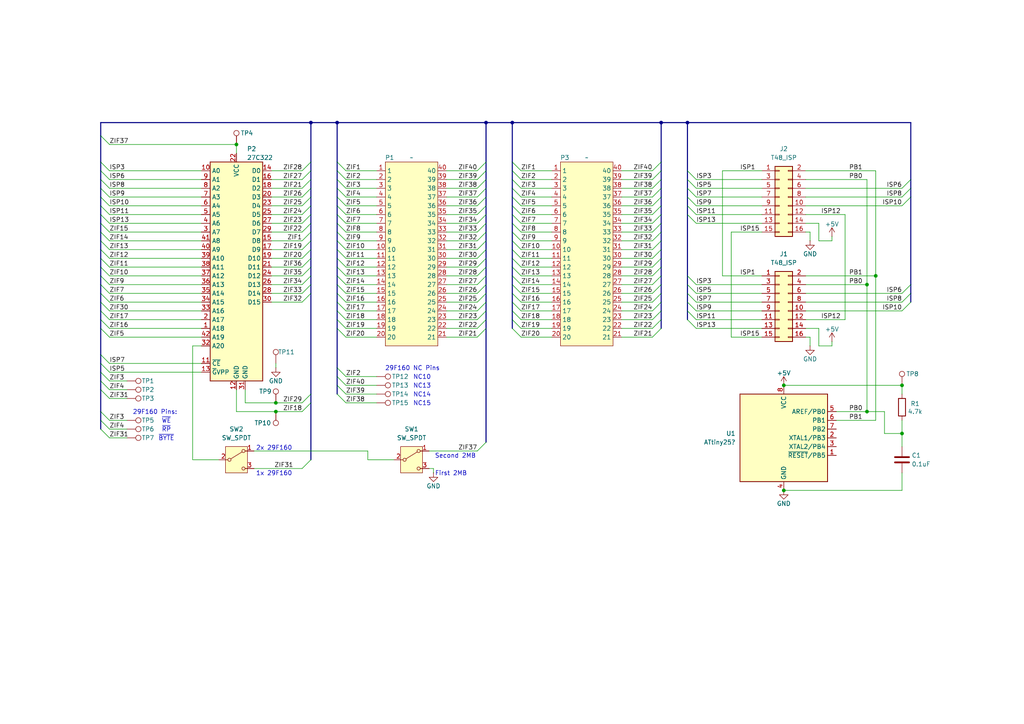
<source format=kicad_sch>
(kicad_sch (version 20231120) (generator "eeschema") (generator_version "8.0")
  (paper "A4")
  (title_block (title "TSOP NOR Flash Programming Adapter for T48") (date "2025-11-06") (rev "v1.1") (company "https://github.com/MouseBiteLabs"))
  (lib_symbols
    (symbol "Bucketmouse:T48_ISP" (pin_names (offset 1.016) hide)
      (property "Reference" "J" (at 1.27 10.16 0))
      (property "Value" "T48_ISP" (at 1.27 -12.7 0))
      (symbol "T48_ISP_1_1"
        (pin passive line (at -5.08 7.62 0) (length 3.81) (name "Pin_1") (number "1"))
        (pin passive line (at 7.62 -2.54 180) (length 3.81) (name "Pin_10") (number "10"))
        (pin passive line (at -5.08 -5.08 0) (length 3.81) (name "Pin_11") (number "11"))
        (pin passive line (at 7.62 -5.08 180) (length 3.81) (name "Pin_12") (number "12"))
        (pin passive line (at -5.08 -7.62 0) (length 3.81) (name "Pin_13") (number "13"))
        (pin passive line (at 7.62 -7.62 180) (length 3.81) (name "Pin_14") (number "14"))
        (pin passive line (at -5.08 -10.16 0) (length 3.81) (name "Pin_15") (number "15"))
        (pin passive line (at 7.62 -10.16 180) (length 3.81) (name "Pin_16") (number "16"))
        (pin passive line (at 7.62 7.62 180) (length 3.81) (name "Pin_2") (number "2"))
        (pin passive line (at -5.08 5.08 0) (length 3.81) (name "Pin_3") (number "3"))
        (pin passive line (at 7.62 5.08 180) (length 3.81) (name "Pin_4") (number "4"))
        (pin passive line (at -5.08 2.54 0) (length 3.81) (name "Pin_5") (number "5"))
        (pin passive line (at 7.62 2.54 180) (length 3.81) (name "Pin_6") (number "6"))
        (pin passive line (at -5.08 0 0) (length 3.81) (name "Pin_7") (number "7"))
        (pin passive line (at 7.62 0 180) (length 3.81) (name "Pin_8") (number "8"))
        (pin passive line (at -5.08 -2.54 0) (length 3.81) (name "Pin_9") (number "9"))
      )
    )
    (symbol "Bucketmouse:T48_ZIF"
      (property "Reference" "P" (at -7.112 27.94 0))
      (symbol "T48_ZIF_1_1"
        (pin unspecified line (at -10.16 24.13 0) (length 2.54) (name "1") (number "1"))
        (pin unspecified line (at -10.16 1.27 0) (length 2.54) (name "10") (number "10"))
        (pin unspecified line (at -10.16 -1.27 0) (length 2.54) (name "11") (number "11"))
        (pin unspecified line (at -10.16 -3.81 0) (length 2.54) (name "12") (number "12"))
        (pin unspecified line (at -10.16 -6.35 0) (length 2.54) (name "13") (number "13"))
        (pin unspecified line (at -10.16 -8.89 0) (length 2.54) (name "14") (number "14"))
        (pin unspecified line (at -10.16 -11.43 0) (length 2.54) (name "15") (number "15"))
        (pin unspecified line (at -10.16 -13.97 0) (length 2.54) (name "16") (number "16"))
        (pin unspecified line (at -10.16 -16.51 0) (length 2.54) (name "17") (number "17"))
        (pin unspecified line (at -10.16 -19.05 0) (length 2.54) (name "18") (number "18"))
        (pin unspecified line (at -10.16 -21.59 0) (length 2.54) (name "19") (number "19"))
        (pin unspecified line (at -10.16 21.59 0) (length 2.54) (name "2") (number "2"))
        (pin unspecified line (at -10.16 -24.13 0) (length 2.54) (name "20") (number "20"))
        (pin unspecified line (at 10.16 -24.13 180) (length 2.54) (name "21") (number "21"))
        (pin unspecified line (at 10.16 -21.59 180) (length 2.54) (name "22") (number "22"))
        (pin unspecified line (at 10.16 -19.05 180) (length 2.54) (name "23") (number "23"))
        (pin unspecified line (at 10.16 -16.51 180) (length 2.54) (name "24") (number "24"))
        (pin unspecified line (at 10.16 -13.97 180) (length 2.54) (name "25") (number "25"))
        (pin unspecified line (at 10.16 -11.43 180) (length 2.54) (name "26") (number "26"))
        (pin unspecified line (at 10.16 -8.89 180) (length 2.54) (name "27") (number "27"))
        (pin unspecified line (at 10.16 -6.35 180) (length 2.54) (name "28") (number "28"))
        (pin unspecified line (at 10.16 -3.81 180) (length 2.54) (name "29") (number "29"))
        (pin unspecified line (at -10.16 19.05 0) (length 2.54) (name "3") (number "3"))
        (pin unspecified line (at 10.16 -1.27 180) (length 2.54) (name "30") (number "30"))
        (pin unspecified line (at 10.16 1.27 180) (length 2.54) (name "31") (number "31"))
        (pin unspecified line (at 10.16 3.81 180) (length 2.54) (name "32") (number "32"))
        (pin unspecified line (at 10.16 6.35 180) (length 2.54) (name "33") (number "33"))
        (pin unspecified line (at 10.16 8.89 180) (length 2.54) (name "34") (number "34"))
        (pin unspecified line (at 10.16 11.43 180) (length 2.54) (name "35") (number "35"))
        (pin unspecified line (at 10.16 13.97 180) (length 2.54) (name "36") (number "36"))
        (pin unspecified line (at 10.16 16.51 180) (length 2.54) (name "37") (number "37"))
        (pin unspecified line (at 10.16 19.05 180) (length 2.54) (name "38") (number "38"))
        (pin unspecified line (at 10.16 21.59 180) (length 2.54) (name "39") (number "39"))
        (pin unspecified line (at -10.16 16.51 0) (length 2.54) (name "4") (number "4"))
        (pin unspecified line (at 10.16 24.13 180) (length 2.54) (name "40") (number "40"))
        (pin unspecified line (at -10.16 13.97 0) (length 2.54) (name "5") (number "5"))
        (pin unspecified line (at -10.16 11.43 0) (length 2.54) (name "6") (number "6"))
        (pin unspecified line (at -10.16 8.89 0) (length 2.54) (name "7") (number "7"))
        (pin unspecified line (at -10.16 6.35 0) (length 2.54) (name "8") (number "8"))
        (pin unspecified line (at -10.16 3.81 0) (length 2.54) (name "9") (number "9"))
      )
    )
    (symbol "Bucketmouse_Nintendo:27C322"
      (property "Reference" "U" (at -7.62 31.75 0))
      (property "Value" "27C322" (at -10.414 -34.29 0))
      (symbol "27C322_1_1"
        (pin input line (at -10.16 -17.78 0) (length 2.54) (name "A18") (number "1"))
        (pin input line (at -10.16 27.94 0) (length 2.54) (name "A0") (number "10"))
        (pin input line (at -10.16 -27.94 0) (length 2.54) (name "~{CE}") (number "11"))
        (pin power_in line (at 0 -35.56 90) (length 2.54) (name "GND") (number "12"))
        (pin input line (at -10.16 -30.48 0) (length 2.54) (name "~{G}VPP") (number "13"))
        (pin tri_state line (at 10.16 27.94 180) (length 2.54) (name "D0") (number "14"))
        (pin tri_state line (at 10.16 7.62 180) (length 2.54) (name "D8") (number "15"))
        (pin tri_state line (at 10.16 25.4 180) (length 2.54) (name "D1") (number "16"))
        (pin tri_state line (at 10.16 5.08 180) (length 2.54) (name "D9") (number "17"))
        (pin tri_state line (at 10.16 22.86 180) (length 2.54) (name "D2") (number "18"))
        (pin tri_state line (at 10.16 2.54 180) (length 2.54) (name "D10") (number "19"))
        (pin input line (at -10.16 -15.24 0) (length 2.54) (name "A17") (number "2"))
        (pin tri_state line (at 10.16 20.32 180) (length 2.54) (name "D3") (number "20"))
        (pin tri_state line (at 10.16 0 180) (length 2.54) (name "D11") (number "21"))
        (pin power_in line (at 0 33.02 270) (length 2.54) (name "VCC") (number "22"))
        (pin tri_state line (at 10.16 17.78 180) (length 2.54) (name "D4") (number "23"))
        (pin tri_state line (at 10.16 -2.54 180) (length 2.54) (name "D12") (number "24"))
        (pin tri_state line (at 10.16 15.24 180) (length 2.54) (name "D5") (number "25"))
        (pin tri_state line (at 10.16 -5.08 180) (length 2.54) (name "D13") (number "26"))
        (pin tri_state line (at 10.16 12.7 180) (length 2.54) (name "D6") (number "27"))
        (pin tri_state line (at 10.16 -7.62 180) (length 2.54) (name "D14") (number "28"))
        (pin tri_state line (at 10.16 10.16 180) (length 2.54) (name "D7") (number "29"))
        (pin input line (at -10.16 10.16 0) (length 2.54) (name "A7") (number "3"))
        (pin tri_state line (at 10.16 -10.16 180) (length 2.54) (name "D15") (number "30"))
        (pin power_in line (at 2.54 -35.56 90) (length 2.54) (name "GND") (number "31"))
        (pin input line (at -10.16 -22.86 0) (length 2.54) (name "A20") (number "32"))
        (pin input line (at -10.16 -12.7 0) (length 2.54) (name "A16") (number "33"))
        (pin input line (at -10.16 -10.16 0) (length 2.54) (name "A15") (number "34"))
        (pin input line (at -10.16 -7.62 0) (length 2.54) (name "A14") (number "35"))
        (pin input line (at -10.16 -5.08 0) (length 2.54) (name "A13") (number "36"))
        (pin input line (at -10.16 -2.54 0) (length 2.54) (name "A12") (number "37"))
        (pin input line (at -10.16 0 0) (length 2.54) (name "A11") (number "38"))
        (pin input line (at -10.16 2.54 0) (length 2.54) (name "A10") (number "39"))
        (pin input line (at -10.16 12.7 0) (length 2.54) (name "A6") (number "4"))
        (pin input line (at -10.16 5.08 0) (length 2.54) (name "A9") (number "40"))
        (pin input line (at -10.16 7.62 0) (length 2.54) (name "A8") (number "41"))
        (pin input line (at -10.16 -20.32 0) (length 2.54) (name "A19") (number "42"))
        (pin input line (at -10.16 15.24 0) (length 2.54) (name "A5") (number "5"))
        (pin input line (at -10.16 17.78 0) (length 2.54) (name "A4") (number "6"))
        (pin input line (at -10.16 20.32 0) (length 2.54) (name "A3") (number "7"))
        (pin input line (at -10.16 22.86 0) (length 2.54) (name "A2") (number "8"))
        (pin input line (at -10.16 25.4 0) (length 2.54) (name "A1") (number "9"))
      )
    )
    (symbol "Connector:TestPoint" (pin_numbers hide) (pin_names (offset 0.762) hide)
      (property "Reference" "TP" (at 0 6.858 0))
      (property "Value" "TestPoint" (at 0 5.08 0))
      (symbol "TestPoint_1_1"
        (pin passive line (at 0 0 90) (length 2.54) (name "1") (number "1"))
      )
    )
    (symbol "Device:C" (pin_numbers hide) (pin_names (offset 0.254))
      (property "Reference" "C" (at 0.635 2.54 0))
      (property "Value" "C" (at 0.635 -2.54 0))
      (symbol "C_1_1"
        (pin passive line (at 0 3.81 270) (length 2.794) (name "~") (number "1"))
        (pin passive line (at 0 -3.81 90) (length 2.794) (name "~") (number "2"))
      )
    )
    (symbol "Device:R" (pin_numbers hide) (pin_names (offset 0))
      (property "Reference" "R" (at 2.032 0 90))
      (property "Value" "R" (at 0 0 90))
      (symbol "R_1_1"
        (pin passive line (at 0 3.81 270) (length 1.27) (name "~") (number "1"))
        (pin passive line (at 0 -3.81 90) (length 1.27) (name "~") (number "2"))
      )
    )
    (symbol "MCU_Microchip_ATtiny:ATtiny25-20SS"
      (property "Reference" "U" (at -12.7 13.97 0))
      (property "Value" "ATtiny25-20SS" (at 2.54 -13.97 0))
      (symbol "ATtiny25-20SS_1_1"
        (pin bidirectional line (at 15.24 -5.08 180) (length 2.54) (name "~{RESET}/PB5") (number "1"))
        (pin bidirectional line (at 15.24 0 180) (length 2.54) (name "XTAL1/PB3") (number "2"))
        (pin bidirectional line (at 15.24 -2.54 180) (length 2.54) (name "XTAL2/PB4") (number "3"))
        (pin power_in line (at 0 -15.24 90) (length 2.54) (name "GND") (number "4"))
        (pin bidirectional line (at 15.24 7.62 180) (length 2.54) (name "AREF/PB0") (number "5"))
        (pin bidirectional line (at 15.24 5.08 180) (length 2.54) (name "PB1") (number "6"))
        (pin bidirectional line (at 15.24 2.54 180) (length 2.54) (name "PB2") (number "7"))
        (pin power_in line (at 0 15.24 270) (length 2.54) (name "VCC") (number "8"))
      )
    )
    (symbol "Switch:SW_SPDT" (pin_names (offset 0) hide)
      (property "Reference" "SW" (at 0 5.08 0))
      (property "Value" "SW_SPDT" (at 0 -5.08 0))
      (symbol "SW_SPDT_1_1"
        (pin passive line (at 5.08 2.54 180) (length 2.54) (name "A") (number "1"))
        (pin passive line (at -5.08 0 0) (length 2.54) (name "B") (number "2"))
        (pin passive line (at 5.08 -2.54 180) (length 2.54) (name "C") (number "3"))
      )
    )
    (symbol "power:+5V" (power) (pin_numbers hide) (pin_names (offset 0) hide)
      (property "Value" "+5V" (at 0 3.556 0))
      (symbol "+5V_1_1"
        (pin power_in line (at 0 0 90) (length 0) (name "~") (number "1"))
      )
    )
    (symbol "power:GND" (power) (pin_numbers hide) (pin_names (offset 0) hide)
      (property "Value" "GND" (at 0 -3.81 0))
      (symbol "GND_1_1"
        (pin power_in line (at 0 0 270) (length 0) (name "~") (number "1"))
      )
    )
  )
  (junction (at 191.77 35.56))
  (junction (at 227.33 111.76))
  (junction (at 80.01 119.38))
  (junction (at 227.33 142.24))
  (junction (at 251.46 82.55))
  (junction (at 261.62 111.76))
  (junction (at 148.59 35.56))
  (junction (at 199.39 35.56))
  (junction (at 251.46 119.38))
  (junction (at 97.79 35.56))
  (junction (at 80.01 116.84))
  (junction (at 68.58 41.91))
  (junction (at 254 80.01))
  (junction (at 261.62 125.73))
  (junction (at 140.97 35.56))
  (junction (at 90.17 35.56))
  (bus_entry (at 90.17 46.99) (size -2.54 2.54))
  (bus_entry (at 148.59 92.71) (size 2.54 2.54))
  (bus_entry (at 29.21 77.47) (size 2.54 2.54))
  (bus_entry (at 140.97 92.71) (size -2.54 2.54))
  (bus_entry (at 191.77 80.01) (size -2.54 2.54))
  (bus_entry (at 191.77 72.39) (size -2.54 2.54))
  (bus_entry (at 29.21 64.77) (size 2.54 2.54))
  (bus_entry (at 191.77 57.15) (size -2.54 2.54))
  (bus_entry (at 29.21 52.07) (size 2.54 2.54))
  (bus_entry (at 97.79 87.63) (size 2.54 2.54))
  (bus_entry (at 148.59 59.69) (size 2.54 2.54))
  (bus_entry (at 140.97 67.31) (size -2.54 2.54))
  (bus_entry (at 148.59 85.09) (size 2.54 2.54))
  (bus_entry (at 97.79 69.85) (size 2.54 2.54))
  (bus_entry (at 148.59 57.15) (size 2.54 2.54))
  (bus_entry (at 191.77 64.77) (size -2.54 2.54))
  (bus_entry (at 148.59 95.25) (size 2.54 2.54))
  (bus_entry (at 90.17 72.39) (size -2.54 2.54))
  (bus_entry (at 97.79 62.23) (size 2.54 2.54))
  (bus_entry (at 29.21 80.01) (size 2.54 2.54))
  (bus_entry (at 140.97 59.69) (size -2.54 2.54))
  (bus_entry (at 264.16 82.55) (size -2.54 2.54))
  (bus_entry (at 29.21 87.63) (size 2.54 2.54))
  (bus_entry (at 191.77 52.07) (size -2.54 2.54))
  (bus_entry (at 97.79 46.99) (size 2.54 2.54))
  (bus_entry (at 97.79 92.71) (size 2.54 2.54))
  (bus_entry (at 97.79 57.15) (size 2.54 2.54))
  (bus_entry (at 97.79 82.55) (size 2.54 2.54))
  (bus_entry (at 97.79 74.93) (size 2.54 2.54))
  (bus_entry (at 29.21 72.39) (size 2.54 2.54))
  (bus_entry (at 29.21 107.95) (size 2.54 2.54))
  (bus_entry (at 191.77 59.69) (size -2.54 2.54))
  (bus_entry (at 191.77 90.17) (size -2.54 2.54))
  (bus_entry (at 140.97 77.47) (size -2.54 2.54))
  (bus_entry (at 29.21 49.53) (size 2.54 2.54))
  (bus_entry (at 97.79 59.69) (size 2.54 2.54))
  (bus_entry (at 29.21 39.37) (size 2.54 2.54))
  (bus_entry (at 148.59 54.61) (size 2.54 2.54))
  (bus_entry (at 29.21 69.85) (size 2.54 2.54))
  (bus_entry (at 199.39 87.63) (size 2.54 2.54))
  (bus_entry (at 140.97 72.39) (size -2.54 2.54))
  (bus_entry (at 199.39 62.23) (size 2.54 2.54))
  (bus_entry (at 97.79 114.3) (size 2.54 2.54))
  (bus_entry (at 97.79 106.68) (size 2.54 2.54))
  (bus_entry (at 148.59 46.99) (size 2.54 2.54))
  (bus_entry (at 140.97 54.61) (size -2.54 2.54))
  (bus_entry (at 148.59 80.01) (size 2.54 2.54))
  (bus_entry (at 97.79 64.77) (size 2.54 2.54))
  (bus_entry (at 29.21 119.38) (size 2.54 2.54))
  (bus_entry (at 29.21 85.09) (size 2.54 2.54))
  (bus_entry (at 148.59 87.63) (size 2.54 2.54))
  (bus_entry (at 148.59 72.39) (size 2.54 2.54))
  (bus_entry (at 148.59 90.17) (size 2.54 2.54))
  (bus_entry (at 29.21 57.15) (size 2.54 2.54))
  (bus_entry (at 29.21 74.93) (size 2.54 2.54))
  (bus_entry (at 140.97 128.27) (size -2.54 2.54))
  (bus_entry (at 29.21 124.46) (size 2.54 2.54))
  (bus_entry (at 97.79 72.39) (size 2.54 2.54))
  (bus_entry (at 90.17 69.85) (size -2.54 2.54))
  (bus_entry (at 90.17 62.23) (size -2.54 2.54))
  (bus_entry (at 140.97 95.25) (size -2.54 2.54))
  (bus_entry (at 191.77 95.25) (size -2.54 2.54))
  (bus_entry (at 29.21 102.87) (size 2.54 2.54))
  (bus_entry (at 29.21 105.41) (size 2.54 2.54))
  (bus_entry (at 140.97 62.23) (size -2.54 2.54))
  (bus_entry (at 29.21 110.49) (size 2.54 2.54))
  (bus_entry (at 29.21 90.17) (size 2.54 2.54))
  (bus_entry (at 148.59 52.07) (size 2.54 2.54))
  (bus_entry (at 264.16 85.09) (size -2.54 2.54))
  (bus_entry (at 90.17 67.31) (size -2.54 2.54))
  (bus_entry (at 90.17 64.77) (size -2.54 2.54))
  (bus_entry (at 191.77 74.93) (size -2.54 2.54))
  (bus_entry (at 199.39 49.53) (size 2.54 2.54))
  (bus_entry (at 97.79 52.07) (size 2.54 2.54))
  (bus_entry (at 97.79 109.22) (size 2.54 2.54))
  (bus_entry (at 97.79 67.31) (size 2.54 2.54))
  (bus_entry (at 29.21 59.69) (size 2.54 2.54))
  (bus_entry (at 264.16 57.15) (size -2.54 2.54))
  (bus_entry (at 140.97 85.09) (size -2.54 2.54))
  (bus_entry (at 148.59 67.31) (size 2.54 2.54))
  (bus_entry (at 199.39 52.07) (size 2.54 2.54))
  (bus_entry (at 264.16 54.61) (size -2.54 2.54))
  (bus_entry (at 97.79 49.53) (size 2.54 2.54))
  (bus_entry (at 140.97 46.99) (size -2.54 2.54))
  (bus_entry (at 140.97 90.17) (size -2.54 2.54))
  (bus_entry (at 191.77 82.55) (size -2.54 2.54))
  (bus_entry (at 29.21 92.71) (size 2.54 2.54))
  (bus_entry (at 90.17 82.55) (size -2.54 2.54))
  (bus_entry (at 191.77 62.23) (size -2.54 2.54))
  (bus_entry (at 97.79 85.09) (size 2.54 2.54))
  (bus_entry (at 199.39 90.17) (size 2.54 2.54))
  (bus_entry (at 90.17 77.47) (size -2.54 2.54))
  (bus_entry (at 97.79 80.01) (size 2.54 2.54))
  (bus_entry (at 90.17 114.3) (size -2.54 2.54))
  (bus_entry (at 140.97 80.01) (size -2.54 2.54))
  (bus_entry (at 90.17 133.35) (size -2.54 2.54))
  (bus_entry (at 148.59 69.85) (size 2.54 2.54))
  (bus_entry (at 191.77 46.99) (size -2.54 2.54))
  (bus_entry (at 199.39 54.61) (size 2.54 2.54))
  (bus_entry (at 97.79 90.17) (size 2.54 2.54))
  (bus_entry (at 148.59 77.47) (size 2.54 2.54))
  (bus_entry (at 90.17 59.69) (size -2.54 2.54))
  (bus_entry (at 199.39 82.55) (size 2.54 2.54))
  (bus_entry (at 29.21 121.92) (size 2.54 2.54))
  (bus_entry (at 199.39 85.09) (size 2.54 2.54))
  (bus_entry (at 191.77 87.63) (size -2.54 2.54))
  (bus_entry (at 191.77 69.85) (size -2.54 2.54))
  (bus_entry (at 140.97 74.93) (size -2.54 2.54))
  (bus_entry (at 199.39 80.01) (size 2.54 2.54))
  (bus_entry (at 140.97 87.63) (size -2.54 2.54))
  (bus_entry (at 191.77 54.61) (size -2.54 2.54))
  (bus_entry (at 148.59 49.53) (size 2.54 2.54))
  (bus_entry (at 264.16 87.63) (size -2.54 2.54))
  (bus_entry (at 191.77 85.09) (size -2.54 2.54))
  (bus_entry (at 29.21 54.61) (size 2.54 2.54))
  (bus_entry (at 90.17 85.09) (size -2.54 2.54))
  (bus_entry (at 97.79 77.47) (size 2.54 2.54))
  (bus_entry (at 90.17 57.15) (size -2.54 2.54))
  (bus_entry (at 191.77 49.53) (size -2.54 2.54))
  (bus_entry (at 191.77 77.47) (size -2.54 2.54))
  (bus_entry (at 140.97 49.53) (size -2.54 2.54))
  (bus_entry (at 29.21 46.99) (size 2.54 2.54))
  (bus_entry (at 199.39 57.15) (size 2.54 2.54))
  (bus_entry (at 264.16 52.07) (size -2.54 2.54))
  (bus_entry (at 199.39 92.71) (size 2.54 2.54))
  (bus_entry (at 97.79 95.25) (size 2.54 2.54))
  (bus_entry (at 140.97 69.85) (size -2.54 2.54))
  (bus_entry (at 97.79 111.76) (size 2.54 2.54))
  (bus_entry (at 90.17 116.84) (size -2.54 2.54))
  (bus_entry (at 90.17 54.61) (size -2.54 2.54))
  (bus_entry (at 90.17 74.93) (size -2.54 2.54))
  (bus_entry (at 148.59 64.77) (size 2.54 2.54))
  (bus_entry (at 148.59 74.93) (size 2.54 2.54))
  (bus_entry (at 90.17 49.53) (size -2.54 2.54))
  (bus_entry (at 191.77 67.31) (size -2.54 2.54))
  (bus_entry (at 140.97 82.55) (size -2.54 2.54))
  (bus_entry (at 90.17 52.07) (size -2.54 2.54))
  (bus_entry (at 140.97 52.07) (size -2.54 2.54))
  (bus_entry (at 29.21 95.25) (size 2.54 2.54))
  (bus_entry (at 90.17 80.01) (size -2.54 2.54))
  (bus_entry (at 29.21 113.03) (size 2.54 2.54))
  (bus_entry (at 140.97 64.77) (size -2.54 2.54))
  (bus_entry (at 148.59 62.23) (size 2.54 2.54))
  (bus_entry (at 29.21 67.31) (size 2.54 2.54))
  (bus_entry (at 148.59 82.55) (size 2.54 2.54))
  (bus_entry (at 191.77 92.71) (size -2.54 2.54))
  (bus_entry (at 29.21 62.23) (size 2.54 2.54))
  (bus_entry (at 97.79 54.61) (size 2.54 2.54))
  (bus_entry (at 199.39 59.69) (size 2.54 2.54))
  (bus_entry (at 29.21 82.55) (size 2.54 2.54))
  (bus_entry (at 140.97 57.15) (size -2.54 2.54))
  (wire (pts (xy 138.43 80.01) (xy 129.54 80.01)))
  (wire (pts (xy 100.33 69.85) (xy 109.22 69.85)))
  (wire (pts (xy 78.74 87.63) (xy 87.63 87.63)))
  (wire (pts (xy 100.33 72.39) (xy 109.22 72.39)))
  (bus (pts (xy 97.79 87.63) (xy 97.79 85.09)))
  (wire (pts (xy 209.55 49.53) (xy 220.98 49.53)))
  (bus (pts (xy 29.21 49.53) (xy 29.21 52.07)))
  (bus (pts (xy 191.77 35.56) (xy 148.59 35.56)))
  (wire (pts (xy 201.93 95.25) (xy 220.98 95.25)))
  (wire (pts (xy 106.68 130.81) (xy 73.66 130.81)))
  (bus (pts (xy 199.39 59.69) (xy 199.39 57.15)))
  (bus (pts (xy 148.59 52.07) (xy 148.59 49.53)))
  (wire (pts (xy 201.93 82.55) (xy 220.98 82.55)))
  (wire (pts (xy 151.13 90.17) (xy 160.02 90.17)))
  (wire (pts (xy 78.74 80.01) (xy 87.63 80.01)))
  (wire (pts (xy 233.68 52.07) (xy 251.46 52.07)))
  (wire (pts (xy 201.93 64.77) (xy 220.98 64.77)))
  (wire (pts (xy 78.74 64.77) (xy 87.63 64.77)))
  (bus (pts (xy 90.17 116.84) (xy 90.17 133.35)))
  (wire (pts (xy 138.43 92.71) (xy 129.54 92.71)))
  (wire (pts (xy 138.43 62.23) (xy 129.54 62.23)))
  (wire (pts (xy 180.34 49.53) (xy 189.23 49.53)))
  (bus (pts (xy 140.97 87.63) (xy 140.97 90.17)))
  (wire (pts (xy 73.66 135.89) (xy 87.63 135.89)))
  (wire (pts (xy 151.13 85.09) (xy 160.02 85.09)))
  (bus (pts (xy 29.21 105.41) (xy 29.21 107.95)))
  (bus (pts (xy 264.16 85.09) (xy 264.16 82.55)))
  (wire (pts (xy 124.46 135.89) (xy 125.73 135.89)))
  (wire (pts (xy 189.23 67.31) (xy 180.34 67.31)))
  (wire (pts (xy 68.58 41.91) (xy 68.58 44.45)))
  (wire (pts (xy 189.23 74.93) (xy 180.34 74.93)))
  (wire (pts (xy 129.54 49.53) (xy 138.43 49.53)))
  (wire (pts (xy 31.75 87.63) (xy 58.42 87.63)))
  (bus (pts (xy 148.59 82.55) (xy 148.59 80.01)))
  (bus (pts (xy 140.97 54.61) (xy 140.97 57.15)))
  (wire (pts (xy 180.34 54.61) (xy 189.23 54.61)))
  (bus (pts (xy 97.79 35.56) (xy 90.17 35.56)))
  (wire (pts (xy 138.43 97.79) (xy 129.54 97.79)))
  (wire (pts (xy 201.93 87.63) (xy 220.98 87.63)))
  (bus (pts (xy 199.39 92.71) (xy 199.39 90.17)))
  (wire (pts (xy 31.75 74.93) (xy 58.42 74.93)))
  (bus (pts (xy 97.79 80.01) (xy 97.79 77.47)))
  (wire (pts (xy 78.74 85.09) (xy 87.63 85.09)))
  (wire (pts (xy 71.12 116.84) (xy 80.01 116.84)))
  (wire (pts (xy 100.33 90.17) (xy 109.22 90.17)))
  (bus (pts (xy 29.21 77.47) (xy 29.21 80.01)))
  (wire (pts (xy 237.49 100.33) (xy 237.49 95.25)))
  (bus (pts (xy 97.79 59.69) (xy 97.79 57.15)))
  (bus (pts (xy 148.59 54.61) (xy 148.59 52.07)))
  (bus (pts (xy 199.39 49.53) (xy 199.39 35.56)))
  (bus (pts (xy 148.59 62.23) (xy 148.59 59.69)))
  (wire (pts (xy 31.75 92.71) (xy 58.42 92.71)))
  (wire (pts (xy 151.13 87.63) (xy 160.02 87.63)))
  (wire (pts (xy 201.93 62.23) (xy 220.98 62.23)))
  (bus (pts (xy 148.59 64.77) (xy 148.59 62.23)))
  (bus (pts (xy 29.21 52.07) (xy 29.21 54.61)))
  (wire (pts (xy 189.23 64.77) (xy 180.34 64.77)))
  (bus (pts (xy 264.16 52.07) (xy 264.16 35.56)))
  (wire (pts (xy 31.75 54.61) (xy 58.42 54.61)))
  (bus (pts (xy 29.21 46.99) (xy 29.21 39.37)))
  (bus (pts (xy 148.59 35.56) (xy 140.97 35.56)))
  (wire (pts (xy 55.88 133.35) (xy 63.5 133.35)))
  (bus (pts (xy 29.21 72.39) (xy 29.21 74.93)))
  (wire (pts (xy 201.93 54.61) (xy 220.98 54.61)))
  (bus (pts (xy 29.21 80.01) (xy 29.21 82.55)))
  (bus (pts (xy 191.77 90.17) (xy 191.77 87.63)))
  (wire (pts (xy 209.55 80.01) (xy 209.55 49.53)))
  (wire (pts (xy 234.95 100.33) (xy 234.95 97.79)))
  (bus (pts (xy 97.79 90.17) (xy 97.79 87.63)))
  (wire (pts (xy 31.75 90.17) (xy 58.42 90.17)))
  (bus (pts (xy 199.39 52.07) (xy 199.39 49.53)))
  (bus (pts (xy 90.17 62.23) (xy 90.17 64.77)))
  (bus (pts (xy 264.16 87.63) (xy 264.16 85.09)))
  (bus (pts (xy 29.21 82.55) (xy 29.21 85.09)))
  (bus (pts (xy 97.79 95.25) (xy 97.79 92.71)))
  (wire (pts (xy 78.74 74.93) (xy 87.63 74.93)))
  (wire (pts (xy 227.33 111.76) (xy 261.62 111.76)))
  (wire (pts (xy 129.54 57.15) (xy 138.43 57.15)))
  (bus (pts (xy 140.97 52.07) (xy 140.97 54.61)))
  (bus (pts (xy 97.79 35.56) (xy 140.97 35.56)))
  (bus (pts (xy 191.77 72.39) (xy 191.77 69.85)))
  (wire (pts (xy 80.01 106.68) (xy 80.01 105.41)))
  (wire (pts (xy 138.43 59.69) (xy 129.54 59.69)))
  (wire (pts (xy 100.33 85.09) (xy 109.22 85.09)))
  (bus (pts (xy 191.77 49.53) (xy 191.77 46.99)))
  (wire (pts (xy 245.11 62.23) (xy 245.11 92.71)))
  (wire (pts (xy 233.68 92.71) (xy 245.11 92.71)))
  (bus (pts (xy 199.39 57.15) (xy 199.39 54.61)))
  (wire (pts (xy 129.54 54.61) (xy 138.43 54.61)))
  (wire (pts (xy 212.09 97.79) (xy 220.98 97.79)))
  (wire (pts (xy 151.13 64.77) (xy 160.02 64.77)))
  (bus (pts (xy 148.59 49.53) (xy 148.59 46.99)))
  (bus (pts (xy 29.21 90.17) (xy 29.21 92.71)))
  (bus (pts (xy 140.97 92.71) (xy 140.97 95.25)))
  (wire (pts (xy 151.13 69.85) (xy 160.02 69.85)))
  (bus (pts (xy 148.59 59.69) (xy 148.59 57.15)))
  (wire (pts (xy 31.75 85.09) (xy 58.42 85.09)))
  (bus (pts (xy 90.17 52.07) (xy 90.17 54.61)))
  (wire (pts (xy 227.33 142.24) (xy 261.62 142.24)))
  (bus (pts (xy 199.39 82.55) (xy 199.39 80.01)))
  (wire (pts (xy 31.75 97.79) (xy 58.42 97.79)))
  (wire (pts (xy 106.68 133.35) (xy 114.3 133.35)))
  (wire (pts (xy 31.75 110.49) (xy 36.83 110.49)))
  (wire (pts (xy 31.75 127) (xy 36.83 127)))
  (wire (pts (xy 189.23 97.79) (xy 180.34 97.79)))
  (wire (pts (xy 233.68 62.23) (xy 245.11 62.23)))
  (wire (pts (xy 100.33 109.22) (xy 109.22 109.22)))
  (bus (pts (xy 148.59 92.71) (xy 148.59 90.17)))
  (bus (pts (xy 140.97 49.53) (xy 140.97 52.07)))
  (bus (pts (xy 148.59 74.93) (xy 148.59 72.39)))
  (bus (pts (xy 140.97 64.77) (xy 140.97 67.31)))
  (wire (pts (xy 261.62 137.16) (xy 261.62 142.24)))
  (wire (pts (xy 233.68 87.63) (xy 261.62 87.63)))
  (wire (pts (xy 100.33 62.23) (xy 109.22 62.23)))
  (bus (pts (xy 191.77 82.55) (xy 191.77 80.01)))
  (wire (pts (xy 201.93 85.09) (xy 220.98 85.09)))
  (wire (pts (xy 138.43 69.85) (xy 129.54 69.85)))
  (wire (pts (xy 212.09 67.31) (xy 212.09 97.79)))
  (wire (pts (xy 201.93 57.15) (xy 220.98 57.15)))
  (bus (pts (xy 90.17 64.77) (xy 90.17 67.31)))
  (bus (pts (xy 191.77 46.99) (xy 191.77 35.56)))
  (wire (pts (xy 151.13 49.53) (xy 160.02 49.53)))
  (bus (pts (xy 199.39 90.17) (xy 199.39 87.63)))
  (bus (pts (xy 29.21 102.87) (xy 29.21 105.41)))
  (bus (pts (xy 90.17 114.3) (xy 90.17 116.84)))
  (bus (pts (xy 199.39 35.56) (xy 191.77 35.56)))
  (wire (pts (xy 78.74 57.15) (xy 87.63 57.15)))
  (bus (pts (xy 97.79 95.25) (xy 97.79 106.68)))
  (wire (pts (xy 78.74 77.47) (xy 87.63 77.47)))
  (wire (pts (xy 78.74 49.53) (xy 87.63 49.53)))
  (bus (pts (xy 191.77 69.85) (xy 191.77 67.31)))
  (bus (pts (xy 140.97 74.93) (xy 140.97 77.47)))
  (bus (pts (xy 90.17 54.61) (xy 90.17 57.15)))
  (wire (pts (xy 233.68 49.53) (xy 254 49.53)))
  (bus (pts (xy 97.79 82.55) (xy 97.79 80.01)))
  (wire (pts (xy 234.95 67.31) (xy 233.68 67.31)))
  (bus (pts (xy 97.79 72.39) (xy 97.79 69.85)))
  (bus (pts (xy 97.79 62.23) (xy 97.79 59.69)))
  (wire (pts (xy 138.43 82.55) (xy 129.54 82.55)))
  (wire (pts (xy 151.13 74.93) (xy 160.02 74.93)))
  (bus (pts (xy 148.59 69.85) (xy 148.59 67.31)))
  (bus (pts (xy 97.79 52.07) (xy 97.79 49.53)))
  (wire (pts (xy 151.13 54.61) (xy 160.02 54.61)))
  (wire (pts (xy 233.68 85.09) (xy 261.62 85.09)))
  (wire (pts (xy 189.23 69.85) (xy 180.34 69.85)))
  (wire (pts (xy 189.23 87.63) (xy 180.34 87.63)))
  (bus (pts (xy 29.21 107.95) (xy 29.21 110.49)))
  (wire (pts (xy 31.75 62.23) (xy 58.42 62.23)))
  (wire (pts (xy 31.75 77.47) (xy 58.42 77.47)))
  (wire (pts (xy 212.09 67.31) (xy 220.98 67.31)))
  (wire (pts (xy 31.75 95.25) (xy 58.42 95.25)))
  (bus (pts (xy 90.17 72.39) (xy 90.17 74.93)))
  (wire (pts (xy 78.74 62.23) (xy 87.63 62.23)))
  (bus (pts (xy 90.17 59.69) (xy 90.17 62.23)))
  (wire (pts (xy 100.33 95.25) (xy 109.22 95.25)))
  (wire (pts (xy 251.46 82.55) (xy 251.46 119.38)))
  (bus (pts (xy 191.77 67.31) (xy 191.77 64.77)))
  (bus (pts (xy 97.79 46.99) (xy 97.79 35.56)))
  (wire (pts (xy 189.23 59.69) (xy 180.34 59.69)))
  (wire (pts (xy 151.13 82.55) (xy 160.02 82.55)))
  (wire (pts (xy 254 49.53) (xy 254 80.01)))
  (bus (pts (xy 140.97 80.01) (xy 140.97 82.55)))
  (bus (pts (xy 199.39 54.61) (xy 199.39 52.07)))
  (wire (pts (xy 256.54 125.73) (xy 261.62 125.73)))
  (wire (pts (xy 151.13 62.23) (xy 160.02 62.23)))
  (wire (pts (xy 151.13 57.15) (xy 160.02 57.15)))
  (wire (pts (xy 78.74 72.39) (xy 87.63 72.39)))
  (bus (pts (xy 191.77 57.15) (xy 191.77 54.61)))
  (wire (pts (xy 233.68 90.17) (xy 261.62 90.17)))
  (wire (pts (xy 261.62 121.92) (xy 261.62 125.73)))
  (bus (pts (xy 90.17 80.01) (xy 90.17 82.55)))
  (bus (pts (xy 90.17 67.31) (xy 90.17 69.85)))
  (wire (pts (xy 31.75 57.15) (xy 58.42 57.15)))
  (wire (pts (xy 180.34 57.15) (xy 189.23 57.15)))
  (wire (pts (xy 256.54 119.38) (xy 256.54 125.73)))
  (bus (pts (xy 29.21 119.38) (xy 29.21 121.92)))
  (bus (pts (xy 264.16 82.55) (xy 264.16 57.15)))
  (bus (pts (xy 29.21 39.37) (xy 29.21 35.56)))
  (wire (pts (xy 100.33 67.31) (xy 109.22 67.31)))
  (wire (pts (xy 100.33 82.55) (xy 109.22 82.55)))
  (wire (pts (xy 100.33 77.47) (xy 109.22 77.47)))
  (bus (pts (xy 140.97 59.69) (xy 140.97 62.23)))
  (wire (pts (xy 31.75 52.07) (xy 58.42 52.07)))
  (wire (pts (xy 180.34 72.39) (xy 189.23 72.39)))
  (wire (pts (xy 234.95 69.85) (xy 234.95 67.31)))
  (wire (pts (xy 242.57 119.38) (xy 251.46 119.38)))
  (bus (pts (xy 29.21 35.56) (xy 90.17 35.56)))
  (wire (pts (xy 180.34 77.47) (xy 189.23 77.47)))
  (wire (pts (xy 189.23 62.23) (xy 180.34 62.23)))
  (bus (pts (xy 140.97 72.39) (xy 140.97 74.93)))
  (wire (pts (xy 106.68 133.35) (xy 106.68 130.81)))
  (wire (pts (xy 151.13 80.01) (xy 160.02 80.01)))
  (bus (pts (xy 148.59 87.63) (xy 148.59 85.09)))
  (wire (pts (xy 189.23 85.09) (xy 180.34 85.09)))
  (bus (pts (xy 140.97 62.23) (xy 140.97 64.77)))
  (bus (pts (xy 29.21 121.92) (xy 29.21 124.46)))
  (wire (pts (xy 31.75 113.03) (xy 36.83 113.03)))
  (wire (pts (xy 233.68 57.15) (xy 261.62 57.15)))
  (bus (pts (xy 97.79 92.71) (xy 97.79 90.17)))
  (wire (pts (xy 254 80.01) (xy 254 121.92)))
  (wire (pts (xy 209.55 80.01) (xy 220.98 80.01)))
  (wire (pts (xy 189.23 80.01) (xy 180.34 80.01)))
  (wire (pts (xy 100.33 59.69) (xy 109.22 59.69)))
  (bus (pts (xy 148.59 77.47) (xy 148.59 74.93)))
  (bus (pts (xy 97.79 57.15) (xy 97.79 54.61)))
  (wire (pts (xy 237.49 95.25) (xy 233.68 95.25)))
  (bus (pts (xy 97.79 109.22) (xy 97.79 111.76)))
  (bus (pts (xy 97.79 106.68) (xy 97.79 109.22)))
  (bus (pts (xy 140.97 35.56) (xy 140.97 46.99)))
  (wire (pts (xy 78.74 59.69) (xy 87.63 59.69)))
  (wire (pts (xy 100.33 57.15) (xy 109.22 57.15)))
  (bus (pts (xy 97.79 67.31) (xy 97.79 64.77)))
  (bus (pts (xy 90.17 57.15) (xy 90.17 59.69)))
  (wire (pts (xy 124.46 130.81) (xy 138.43 130.81)))
  (wire (pts (xy 129.54 77.47) (xy 138.43 77.47)))
  (wire (pts (xy 71.12 116.84) (xy 71.12 113.03)))
  (wire (pts (xy 87.63 119.38) (xy 80.01 119.38)))
  (wire (pts (xy 201.93 92.71) (xy 220.98 92.71)))
  (wire (pts (xy 151.13 95.25) (xy 160.02 95.25)))
  (wire (pts (xy 55.88 100.33) (xy 55.88 133.35)))
  (bus (pts (xy 97.79 64.77) (xy 97.79 62.23)))
  (wire (pts (xy 189.23 95.25) (xy 180.34 95.25)))
  (bus (pts (xy 90.17 49.53) (xy 90.17 52.07)))
  (wire (pts (xy 100.33 49.53) (xy 109.22 49.53)))
  (wire (pts (xy 138.43 64.77) (xy 129.54 64.77)))
  (bus (pts (xy 199.39 62.23) (xy 199.39 59.69)))
  (wire (pts (xy 78.74 52.07) (xy 87.63 52.07)))
  (bus (pts (xy 90.17 46.99) (xy 90.17 49.53)))
  (bus (pts (xy 140.97 67.31) (xy 140.97 69.85)))
  (wire (pts (xy 78.74 69.85) (xy 87.63 69.85)))
  (wire (pts (xy 151.13 67.31) (xy 160.02 67.31)))
  (bus (pts (xy 140.97 95.25) (xy 140.97 128.27)))
  (bus (pts (xy 148.59 46.99) (xy 148.59 35.56)))
  (wire (pts (xy 251.46 52.07) (xy 251.46 82.55)))
  (wire (pts (xy 201.93 59.69) (xy 220.98 59.69)))
  (bus (pts (xy 264.16 54.61) (xy 264.16 52.07)))
  (wire (pts (xy 151.13 59.69) (xy 160.02 59.69)))
  (bus (pts (xy 97.79 49.53) (xy 97.79 46.99)))
  (wire (pts (xy 100.33 116.84) (xy 109.22 116.84)))
  (bus (pts (xy 264.16 57.15) (xy 264.16 54.61)))
  (bus (pts (xy 29.21 85.09) (xy 29.21 87.63)))
  (bus (pts (xy 191.77 87.63) (xy 191.77 85.09)))
  (wire (pts (xy 138.43 74.93) (xy 129.54 74.93)))
  (wire (pts (xy 138.43 85.09) (xy 129.54 85.09)))
  (bus (pts (xy 97.79 74.93) (xy 97.79 72.39)))
  (wire (pts (xy 189.23 82.55) (xy 180.34 82.55)))
  (wire (pts (xy 31.75 115.57) (xy 36.83 115.57)))
  (wire (pts (xy 31.75 82.55) (xy 58.42 82.55)))
  (bus (pts (xy 199.39 85.09) (xy 199.39 82.55)))
  (wire (pts (xy 180.34 52.07) (xy 189.23 52.07)))
  (bus (pts (xy 140.97 77.47) (xy 140.97 80.01)))
  (bus (pts (xy 191.77 62.23) (xy 191.77 59.69)))
  (wire (pts (xy 100.33 111.76) (xy 109.22 111.76)))
  (wire (pts (xy 100.33 52.07) (xy 109.22 52.07)))
  (bus (pts (xy 29.21 46.99) (xy 29.21 49.53)))
  (wire (pts (xy 31.75 69.85) (xy 58.42 69.85)))
  (wire (pts (xy 31.75 59.69) (xy 58.42 59.69)))
  (bus (pts (xy 148.59 67.31) (xy 148.59 64.77)))
  (wire (pts (xy 261.62 125.73) (xy 261.62 129.54)))
  (bus (pts (xy 191.77 64.77) (xy 191.77 62.23)))
  (wire (pts (xy 151.13 97.79) (xy 160.02 97.79)))
  (wire (pts (xy 129.54 52.07) (xy 138.43 52.07)))
  (wire (pts (xy 100.33 87.63) (xy 109.22 87.63)))
  (wire (pts (xy 31.75 41.91) (xy 68.58 41.91)))
  (wire (pts (xy 55.88 100.33) (xy 58.42 100.33)))
  (bus (pts (xy 140.97 46.99) (xy 140.97 49.53)))
  (wire (pts (xy 100.33 54.61) (xy 109.22 54.61)))
  (bus (pts (xy 191.77 80.01) (xy 191.77 77.47)))
  (bus (pts (xy 148.59 57.15) (xy 148.59 54.61)))
  (wire (pts (xy 237.49 69.85) (xy 241.3 69.85)))
  (bus (pts (xy 90.17 35.56) (xy 90.17 46.99)))
  (bus (pts (xy 140.97 57.15) (xy 140.97 59.69)))
  (wire (pts (xy 78.74 67.31) (xy 87.63 67.31)))
  (wire (pts (xy 237.49 100.33) (xy 241.3 100.33)))
  (wire (pts (xy 31.75 121.92) (xy 36.83 121.92)))
  (wire (pts (xy 31.75 49.53) (xy 58.42 49.53)))
  (wire (pts (xy 31.75 107.95) (xy 58.42 107.95)))
  (bus (pts (xy 29.21 110.49) (xy 29.21 113.03)))
  (bus (pts (xy 191.77 77.47) (xy 191.77 74.93)))
  (wire (pts (xy 31.75 80.01) (xy 58.42 80.01)))
  (bus (pts (xy 191.77 59.69) (xy 191.77 57.15)))
  (bus (pts (xy 148.59 90.17) (xy 148.59 87.63)))
  (bus (pts (xy 90.17 82.55) (xy 90.17 85.09)))
  (bus (pts (xy 97.79 54.61) (xy 97.79 52.07)))
  (wire (pts (xy 138.43 90.17) (xy 129.54 90.17)))
  (wire (pts (xy 100.33 114.3) (xy 109.22 114.3)))
  (wire (pts (xy 151.13 72.39) (xy 160.02 72.39)))
  (bus (pts (xy 29.21 87.63) (xy 29.21 90.17)))
  (bus (pts (xy 90.17 74.93) (xy 90.17 77.47)))
  (wire (pts (xy 242.57 121.92) (xy 254 121.92)))
  (bus (pts (xy 191.77 95.25) (xy 191.77 92.71)))
  (wire (pts (xy 100.33 80.01) (xy 109.22 80.01)))
  (bus (pts (xy 90.17 69.85) (xy 90.17 72.39)))
  (wire (pts (xy 151.13 92.71) (xy 160.02 92.71)))
  (wire (pts (xy 68.58 119.38) (xy 80.01 119.38)))
  (bus (pts (xy 97.79 85.09) (xy 97.79 82.55)))
  (wire (pts (xy 234.95 97.79) (xy 233.68 97.79)))
  (bus (pts (xy 199.39 80.01) (xy 199.39 62.23)))
  (bus (pts (xy 148.59 85.09) (xy 148.59 82.55)))
  (wire (pts (xy 78.74 54.61) (xy 87.63 54.61)))
  (bus (pts (xy 29.21 113.03) (xy 29.21 119.38)))
  (wire (pts (xy 241.3 69.85) (xy 241.3 68.58)))
  (bus (pts (xy 191.77 52.07) (xy 191.77 49.53)))
  (bus (pts (xy 148.59 95.25) (xy 148.59 92.71)))
  (wire (pts (xy 251.46 119.38) (xy 256.54 119.38)))
  (wire (pts (xy 201.93 52.07) (xy 220.98 52.07)))
  (wire (pts (xy 241.3 100.33) (xy 241.3 99.06)))
  (bus (pts (xy 90.17 77.47) (xy 90.17 80.01)))
  (wire (pts (xy 237.49 69.85) (xy 237.49 64.77)))
  (wire (pts (xy 233.68 59.69) (xy 261.62 59.69)))
  (bus (pts (xy 191.77 85.09) (xy 191.77 82.55)))
  (wire (pts (xy 31.75 64.77) (xy 58.42 64.77)))
  (wire (pts (xy 201.93 90.17) (xy 220.98 90.17)))
  (wire (pts (xy 100.33 97.79) (xy 109.22 97.79)))
  (wire (pts (xy 151.13 77.47) (xy 160.02 77.47)))
  (wire (pts (xy 31.75 124.46) (xy 36.83 124.46)))
  (bus (pts (xy 29.21 54.61) (xy 29.21 57.15)))
  (bus (pts (xy 148.59 72.39) (xy 148.59 69.85)))
  (wire (pts (xy 138.43 87.63) (xy 129.54 87.63)))
  (wire (pts (xy 87.63 116.84) (xy 80.01 116.84)))
  (bus (pts (xy 191.77 92.71) (xy 191.77 90.17)))
  (wire (pts (xy 189.23 90.17) (xy 180.34 90.17)))
  (bus (pts (xy 140.97 82.55) (xy 140.97 85.09)))
  (bus (pts (xy 29.21 67.31) (xy 29.21 69.85)))
  (bus (pts (xy 140.97 85.09) (xy 140.97 87.63)))
  (bus (pts (xy 199.39 87.63) (xy 199.39 85.09)))
  (bus (pts (xy 29.21 74.93) (xy 29.21 77.47)))
  (bus (pts (xy 191.77 74.93) (xy 191.77 72.39)))
  (wire (pts (xy 100.33 74.93) (xy 109.22 74.93)))
  (bus (pts (xy 199.39 35.56) (xy 264.16 35.56)))
  (wire (pts (xy 233.68 82.55) (xy 251.46 82.55)))
  (wire (pts (xy 31.75 72.39) (xy 58.42 72.39)))
  (wire (pts (xy 125.73 135.89) (xy 125.73 137.16)))
  (bus (pts (xy 29.21 57.15) (xy 29.21 59.69)))
  (wire (pts (xy 129.54 72.39) (xy 138.43 72.39)))
  (wire (pts (xy 138.43 67.31) (xy 129.54 67.31)))
  (bus (pts (xy 140.97 90.17) (xy 140.97 92.71)))
  (bus (pts (xy 29.21 92.71) (xy 29.21 95.25)))
  (wire (pts (xy 68.58 119.38) (xy 68.58 113.03)))
  (bus (pts (xy 29.21 59.69) (xy 29.21 62.23)))
  (bus (pts (xy 29.21 62.23) (xy 29.21 64.77)))
  (bus (pts (xy 148.59 80.01) (xy 148.59 77.47)))
  (wire (pts (xy 138.43 95.25) (xy 129.54 95.25)))
  (wire (pts (xy 78.74 82.55) (xy 87.63 82.55)))
  (bus (pts (xy 29.21 69.85) (xy 29.21 72.39)))
  (wire (pts (xy 233.68 54.61) (xy 261.62 54.61)))
  (wire (pts (xy 261.62 111.76) (xy 261.62 114.3)))
  (wire (pts (xy 31.75 105.41) (xy 58.42 105.41)))
  (bus (pts (xy 29.21 95.25) (xy 29.21 102.87)))
  (wire (pts (xy 31.75 67.31) (xy 58.42 67.31)))
  (bus (pts (xy 97.79 77.47) (xy 97.79 74.93)))
  (wire (pts (xy 237.49 64.77) (xy 233.68 64.77)))
  (wire (pts (xy 151.13 52.07) (xy 160.02 52.07)))
  (wire (pts (xy 189.23 92.71) (xy 180.34 92.71)))
  (wire (pts (xy 100.33 92.71) (xy 109.22 92.71)))
  (bus (pts (xy 90.17 85.09) (xy 90.17 114.3)))
  (bus (pts (xy 97.79 111.76) (xy 97.79 114.3)))
  (wire (pts (xy 100.33 64.77) (xy 109.22 64.77)))
  (wire (pts (xy 233.68 80.01) (xy 254 80.01)))
  (bus (pts (xy 29.21 64.77) (xy 29.21 67.31)))
  (bus (pts (xy 191.77 54.61) (xy 191.77 52.07)))
  (bus (pts (xy 97.79 69.85) (xy 97.79 67.31)))
  (bus (pts (xy 140.97 69.85) (xy 140.97 72.39)))
  (text "~{WE}" (at 48.26 122.174 0) (effects (font (size 1.27 1.27))))
  (text "NC15" (at 122.428 117.094 0) (effects (font (size 1.27 1.27))))
  (text "NC14" (at 122.428 114.554 0) (effects (font (size 1.27 1.27))))
  (text "29F160 NC Pins" (at 119.634 106.934 0) (effects (font (size 1.27 1.27))))
  (text "1x 29F160" (at 79.502 137.414 0) (effects (font (size 1.27 1.27))))
  (text "NC10" (at 122.428 109.474 0) (effects (font (size 1.27 1.27))))
  (text "First 2MB" (at 130.81 137.414 0) (effects (font (size 1.27 1.27))))
  (text "2x 29F160" (at 79.502 130.048 0) (effects (font (size 1.27 1.27))))
  (text "~{RP}" (at 48.26 124.714 0) (effects (font (size 1.27 1.27))))
  (text "29F160 Pins:" (at 44.958 119.634 0) (effects (font (size 1.27 1.27))))
  (text "Second 2MB" (at 132.08 132.334 0) (effects (font (size 1.27 1.27))))
  (text "~{BYTE}" (at 48.26 127.254 0) (effects (font (size 1.27 1.27))))
  (text "NC13" (at 122.428 112.014 0) (effects (font (size 1.27 1.27))))
  (label "ZIF11" (at 100.33 74.93 0))
  (label "ISP6" (at 31.75 52.07 0))
  (label "ZIF25" (at 87.63 59.69 180))
  (label "ISP1" (at 214.63 80.01 0))
  (label "ZIF7" (at 100.33 64.77 0))
  (label "ZIF5" (at 100.33 59.69 0))
  (label "ISP7" (at 201.93 57.15 0))
  (label "ZIF33" (at 189.23 67.31 180))
  (label "ZIF9" (at 100.33 69.85 0))
  (label "ZIF7" (at 151.13 64.77 0))
  (label "ZIF2" (at 100.33 52.07 0))
  (label "ZIF38" (at 189.23 54.61 180))
  (label "ISP1" (at 214.63 49.53 0))
  (label "ZIF37" (at 138.43 130.81 180))
  (label "ZIF18" (at 87.63 119.38 180))
  (label "ZIF6" (at 151.13 62.23 0))
  (label "ZIF34" (at 87.63 82.55 180))
  (label "ZIF24" (at 138.43 90.17 180))
  (label "ZIF13" (at 31.75 72.39 0))
  (label "ZIF10" (at 151.13 72.39 0))
  (label "ZIF35" (at 189.23 62.23 180))
  (label "ZIF35" (at 87.63 80.01 180))
  (label "ZIF17" (at 151.13 90.17 0))
  (label "ZIF4" (at 31.75 124.46 0))
  (label "ZIF37" (at 189.23 57.15 180))
  (label "ZIF17" (at 31.75 92.71 0))
  (label "ZIF32" (at 138.43 69.85 180))
  (label "ZIF29" (at 189.23 77.47 180))
  (label "ISP3" (at 201.93 52.07 0))
  (label "ZIF11" (at 31.75 77.47 0))
  (label "ISP9" (at 201.93 90.17 0))
  (label "ZIF24" (at 87.63 62.23 180))
  (label "ISP15" (at 214.63 97.79 0))
  (label "ZIF37" (at 31.75 41.91 0))
  (label "ISP11" (at 201.93 62.23 0))
  (label "ZIF14" (at 100.33 82.55 0))
  (label "ISP15" (at 214.63 67.31 0))
  (label "ZIF16" (at 151.13 87.63 0))
  (label "PB1" (at 250.19 49.53 180))
  (label "ZIF21" (at 189.23 97.79 180))
  (label "ZIF4" (at 151.13 57.15 0))
  (label "ZIF24" (at 189.23 90.17 180))
  (label "ZIF15" (at 31.75 67.31 0))
  (label "ZIF1" (at 87.63 69.85 180))
  (label "ZIF39" (at 100.33 114.3 0))
  (label "ZIF32" (at 189.23 69.85 180))
  (label "PB0" (at 250.19 52.07 180))
  (label "ZIF27" (at 87.63 52.07 180))
  (label "ISP5" (at 201.93 54.61 0))
  (label "ZIF28" (at 87.63 49.53 180))
  (label "ZIF17" (at 100.33 90.17 0))
  (label "PB0" (at 250.19 119.38 180))
  (label "ZIF9" (at 151.13 69.85 0))
  (label "ZIF16" (at 100.33 87.63 0))
  (label "ZIF30" (at 31.75 90.17 0))
  (label "ZIF30" (at 189.23 74.93 180))
  (label "ZIF31" (at 31.75 127 0))
  (label "ZIF5" (at 151.13 59.69 0))
  (label "ZIF37" (at 138.43 57.15 180))
  (label "ISP10" (at 261.62 59.69 180))
  (label "ISP7" (at 201.93 87.63 0))
  (label "ZIF2" (at 151.13 52.07 0))
  (label "ZIF3" (at 31.75 121.92 0))
  (label "ZIF29" (at 138.43 77.47 180))
  (label "ISP12" (at 243.84 92.71 180))
  (label "ZIF34" (at 138.43 64.77 180))
  (label "ISP10" (at 261.62 90.17 180))
  (label "ZIF19" (at 151.13 95.25 0))
  (label "ISP13" (at 201.93 64.77 0))
  (label "ISP9" (at 201.93 59.69 0))
  (label "ZIF13" (at 151.13 80.01 0))
  (label "ZIF15" (at 100.33 85.09 0))
  (label "ZIF34" (at 189.23 64.77 180))
  (label "ZIF16" (at 31.75 95.25 0))
  (label "PB1" (at 250.19 80.01 180))
  (label "ZIF3" (at 31.75 110.49 0))
  (label "ISP13" (at 201.93 95.25 0))
  (label "ZIF4" (at 31.75 113.03 0))
  (label "ZIF7" (at 31.75 85.09 0))
  (label "ZIF3" (at 151.13 54.61 0))
  (label "ZIF21" (at 87.63 54.61 180))
  (label "ZIF11" (at 151.13 74.93 0))
  (label "ZIF30" (at 138.43 74.93 180))
  (label "ZIF25" (at 138.43 87.63 180))
  (label "ZIF40" (at 189.23 49.53 180))
  (label "ZIF1" (at 151.13 49.53 0))
  (label "ISP5" (at 201.93 85.09 0))
  (label "ZIF13" (at 100.33 80.01 0))
  (label "ZIF12" (at 151.13 77.47 0))
  (label "ISP12" (at 243.84 62.23 180))
  (label "ZIF19" (at 87.63 72.39 180))
  (label "ZIF8" (at 151.13 67.31 0))
  (label "ZIF20" (at 151.13 97.79 0))
  (label "ZIF15" (at 151.13 85.09 0))
  (label "ZIF35" (at 138.43 62.23 180))
  (label "ZIF27" (at 138.43 82.55 180))
  (label "ISP11" (at 201.93 92.71 0))
  (label "ZIF23" (at 87.63 64.77 180))
  (label "ZIF19" (at 100.33 95.25 0))
  (label "ZIF22" (at 87.63 67.31 180))
  (label "ZIF14" (at 151.13 82.55 0))
  (label "ZIF26" (at 138.43 85.09 180))
  (label "ISP8" (at 31.75 54.61 0))
  (label "ZIF10" (at 31.75 80.01 0))
  (label "ISP8" (at 261.62 57.15 180))
  (label "ZIF29" (at 87.63 116.84 180))
  (label "ZIF31" (at 85.09 135.89 180))
  (label "ZIF3" (at 100.33 54.61 0))
  (label "ZIF1" (at 100.33 49.53 0))
  (label "ZIF22" (at 138.43 95.25 180))
  (label "ZIF8" (at 100.33 67.31 0))
  (label "ZIF2" (at 100.33 109.22 0))
  (label "ISP11" (at 31.75 62.23 0))
  (label "ZIF20" (at 87.63 74.93 180))
  (label "ZIF12" (at 31.75 74.93 0))
  (label "ZIF36" (at 87.63 77.47 180))
  (label "ISP8" (at 261.62 87.63 180))
  (label "ZIF38" (at 138.43 54.61 180))
  (label "ISP6" (at 261.62 54.61 180))
  (label "ZIF28" (at 189.23 80.01 180))
  (label "ZIF31" (at 138.43 72.39 180))
  (label "ZIF14" (at 31.75 69.85 0))
  (label "ZIF9" (at 31.75 82.55 0))
  (label "ZIF28" (at 138.43 80.01 180))
  (label "ISP6" (at 261.62 85.09 180))
  (label "ZIF18" (at 100.33 92.71 0))
  (label "ZIF26" (at 189.23 85.09 180))
  (label "PB0" (at 250.19 82.55 180))
  (label "ISP10" (at 31.75 59.69 0))
  (label "ZIF39" (at 138.43 52.07 180))
  (label "ZIF22" (at 189.23 95.25 180))
  (label "ZIF39" (at 189.23 52.07 180))
  (label "ZIF23" (at 189.23 92.71 180))
  (label "ZIF12" (at 100.33 77.47 0))
  (label "ZIF5" (at 31.75 97.79 0))
  (label "ZIF38" (at 100.33 116.84 0))
  (label "ZIF18" (at 151.13 92.71 0))
  (label "ZIF26" (at 87.63 57.15 180))
  (label "ISP13" (at 31.75 64.77 0))
  (label "ZIF40" (at 138.43 49.53 180))
  (label "ZIF32" (at 87.63 87.63 180))
  (label "ZIF25" (at 189.23 87.63 180))
  (label "ZIF36" (at 189.23 59.69 180))
  (label "ZIF40" (at 100.33 111.76 0))
  (label "ZIF23" (at 138.43 92.71 180))
  (label "ZIF33" (at 87.63 85.09 180))
  (label "ZIF36" (at 138.43 59.69 180))
  (label "ZIF10" (at 100.33 72.39 0))
  (label "ZIF31" (at 189.23 72.39 180))
  (label "ISP7" (at 31.75 105.41 0))
  (label "PB1" (at 250.19 121.92 180))
  (label "ISP3" (at 201.93 82.55 0))
  (label "ISP3" (at 31.75 49.53 0))
  (label "ZIF20" (at 100.33 97.79 0))
  (label "ISP9" (at 31.75 57.15 0))
  (label "ZIF6" (at 31.75 87.63 0))
  (label "ZIF33" (at 138.43 67.31 180))
  (label "ZIF4" (at 100.33 57.15 0))
  (label "ZIF21" (at 138.43 97.79 180))
  (label "ISP5" (at 31.75 107.95 0))
  (label "ZIF27" (at 189.23 82.55 180))
  (label "ZIF31" (at 31.75 115.57 0))
  (label "ZIF6" (at 100.33 62.23 0))
  (symbol (lib_id "Connector:TestPoint") (at 36.83 121.92 270) (mirror x) (unit 1)
    (property "Reference" "TP5" (at 42.926 121.92 90))
    (property "Value" "TPB1,27" (effects (hide yes)))
    (property "Footprint" "Bucketmouse:TestPoint_THTPad_D1.5mm_Drill0.7mm" (effects (hide yes)))
    (property "Description" "test point" (effects (hide yes)))
  )
  (symbol (lib_id "power:GND") (at 80.01 106.68 0) (unit 1)
    (property "Reference" "#PWR01" (effects (hide yes)))
    (property "Value" "GND" (at 80.01 110.49 0))
    (property "Description" "Power symbol creates a global label with name \"GND\" , ground" (effects (hide yes)))
  )
  (symbol (lib_id "Bucketmouse:T48_ZIF") (at 170.18 73.66 0) (unit 1)
    (property "Reference" "P3" (at 163.83 45.72 0))
    (property "Value" "~" (at 170.18 45.72 0))
    (property "Footprint" "Bucketmouse:T48_ZIF" (effects (hide yes)))
  )
  (symbol (lib_id "Connector:TestPoint") (at 109.22 116.84 270) (mirror x) (unit 1)
    (property "Reference" "TP15" (at 116.078 116.84 90))
    (property "Value" "TPB1,27" (effects (hide yes)))
    (property "Footprint" "Bucketmouse:TestPoint_THTPad_D1.5mm_Drill0.7mm" (effects (hide yes)))
    (property "Description" "test point" (effects (hide yes)))
  )
  (symbol (lib_id "Bucketmouse_Nintendo:27C322") (at 68.58 77.47 0) (unit 1)
    (property "Reference" "P2" (at 71.628 43.18 0) (effects (justify left)))
    (property "Value" "27C322" (at 71.628 45.72 0) (effects (justify left)))
    (property "Footprint" "Package_DIP:DIP-42_W15.24mm" (effects (hide yes)))
    (property "Datasheet" "https://static1.squarespace.com/static/51f517f0e4b01da70d01ca2a/t/5575515de4b0888fee6170ec/1433751901367/27C322.pdf" (effects (hide yes)))
    (property "Description" "32 Mbit UV EPROM" (effects (hide yes)))
  )
  (symbol (lib_id "Device:R") (at 261.62 118.11 0) (unit 1)
    (property "Reference" "R1" (at 265.43 117.094 0))
    (property "Value" "4.7k" (at 265.43 119.38 0))
    (property "Footprint" "Bucketmouse:R_0603_1608Metric_Boxed" (effects (hide yes)))
    (property "Description" "Resistor" (effects (hide yes)))
  )
  (symbol (lib_id "power:GND") (at 125.73 137.16 0) (unit 1)
    (property "Reference" "#PWR021" (effects (hide yes)))
    (property "Value" "GND" (at 125.73 140.97 0))
    (property "Description" "Power symbol creates a global label with name \"GND\" , ground" (effects (hide yes)))
  )
  (symbol (lib_id "Bucketmouse:T48_ZIF") (at 119.38 73.66 0) (unit 1)
    (property "Reference" "P1" (at 113.03 45.72 0))
    (property "Value" "~" (at 119.38 45.72 0))
    (property "Footprint" "Bucketmouse:T48_ZIF" (effects (hide yes)))
  )
  (symbol (lib_id "Connector:TestPoint") (at 36.83 115.57 270) (mirror x) (unit 1)
    (property "Reference" "TP3" (at 42.926 115.57 90))
    (property "Value" "TPB1,27" (effects (hide yes)))
    (property "Footprint" "Bucketmouse:TestPoint_THTPad_D1.5mm_Drill0.7mm" (effects (hide yes)))
    (property "Description" "test point" (effects (hide yes)))
  )
  (symbol (lib_id "Connector:TestPoint") (at 109.22 114.3 270) (mirror x) (unit 1)
    (property "Reference" "TP14" (at 116.078 114.3 90))
    (property "Value" "TPB1,27" (effects (hide yes)))
    (property "Footprint" "Bucketmouse:TestPoint_THTPad_D1.5mm_Drill0.7mm" (effects (hide yes)))
    (property "Description" "test point" (effects (hide yes)))
  )
  (symbol (lib_id "Bucketmouse:T48_ISP") (at 226.06 57.15 0) (unit 1)
    (property "Reference" "J2" (at 227.33 43.18 0))
    (property "Value" "T48_ISP" (at 227.33 45.72 0))
    (property "Footprint" "Connector_PinHeader_2.54mm:PinHeader_2x08_P2.54mm_Vertical" (effects (hide yes)))
    (property "Description" "Generic connector, double row, 02x08, odd/even pin numbering scheme (row 1 odd numbers, row 2 even numbers), script generated (kicad-library-utils/schlib/autogen/connector/)" (effects (hide yes)))
  )
  (symbol (lib_id "Connector:TestPoint") (at 36.83 127 270) (mirror x) (unit 1)
    (property "Reference" "TP7" (at 42.926 127 90))
    (property "Value" "TPB1,27" (effects (hide yes)))
    (property "Footprint" "Bucketmouse:TestPoint_THTPad_D1.5mm_Drill0.7mm" (effects (hide yes)))
    (property "Description" "test point" (effects (hide yes)))
  )
  (symbol (lib_id "Switch:SW_SPDT") (at 68.58 133.35 0) (unit 1)
    (property "Reference" "SW2" (at 68.58 124.46 0))
    (property "Value" "SW_SPDT" (at 68.58 127 0))
    (property "Footprint" "Button_Switch_THT:SW_E-Switch_EG1271_SPDT" (effects (hide yes)))
    (property "Description" "Switch, single pole double throw" (effects (hide yes)))
  )
  (symbol (lib_id "Connector:TestPoint") (at 80.01 116.84 0) (unit 1)
    (property "Reference" "TP9" (at 76.962 113.538 0))
    (property "Value" "TPB1,27" (effects (hide yes)))
    (property "Footprint" "Bucketmouse:TestPoint_THTPad_D1.5mm_Drill0.7mm" (effects (hide yes)))
    (property "Description" "test point" (effects (hide yes)))
  )
  (symbol (lib_id "Connector:TestPoint") (at 36.83 113.03 270) (mirror x) (unit 1)
    (property "Reference" "TP2" (at 42.926 113.03 90))
    (property "Value" "TPB1,27" (effects (hide yes)))
    (property "Footprint" "Bucketmouse:TestPoint_THTPad_D1.5mm_Drill0.7mm" (effects (hide yes)))
    (property "Description" "test point" (effects (hide yes)))
  )
  (symbol (lib_id "power:+5V") (at 227.33 111.76 0) (unit 1)
    (property "Reference" "#PWR06" (effects (hide yes)))
    (property "Value" "+5V" (at 227.33 108.204 0))
    (property "Description" "Power symbol creates a global label with name \"+5V\"" (effects (hide yes)))
  )
  (symbol (lib_id "Connector:TestPoint") (at 261.62 111.76 0) (mirror y) (unit 1)
    (property "Reference" "TP8" (at 264.668 108.458 0))
    (property "Value" "TPB1,27" (effects (hide yes)))
    (property "Footprint" "Bucketmouse:TestPoint_THTPad_D1.5mm_Drill0.7mm" (effects (hide yes)))
    (property "Description" "test point" (effects (hide yes)))
  )
  (symbol (lib_id "MCU_Microchip_ATtiny:ATtiny25-20SS") (at 227.33 127 0) (unit 1)
    (property "Reference" "U1" (at 213.36 125.7299 0) (effects (justify right)))
    (property "Value" "ATtiny25?" (at 213.36 128.2699 0) (effects (justify right)))
    (property "Footprint" "Bucketmouse:SOIC-8_3.9x4.9mm_P1.27mm" (effects (hide yes)))
    (property "Datasheet" "http://ww1.microchip.com/downloads/en/DeviceDoc/atmel-2586-avr-8-bit-microcontroller-attiny25-attiny45-attiny85_datasheet.pdf" (effects (hide yes)))
    (property "Description" "20MHz, 2kB Flash, 128B SRAM, 128B EEPROM, debugWIRE, SOIC-8" (effects (hide yes)))
  )
  (symbol (lib_id "Bucketmouse:T48_ISP") (at 226.06 87.63 0) (unit 1)
    (property "Reference" "J1" (at 227.33 73.66 0))
    (property "Value" "T48_ISP" (at 227.33 76.2 0))
    (property "Footprint" "Connector_PinHeader_2.54mm:PinHeader_2x08_P2.54mm_Vertical" (effects (hide yes)))
    (property "Description" "Generic connector, double row, 02x08, odd/even pin numbering scheme (row 1 odd numbers, row 2 even numbers), script generated (kicad-library-utils/schlib/autogen/connector/)" (effects (hide yes)))
  )
  (symbol (lib_id "power:GND") (at 234.95 69.85 0) (unit 1)
    (property "Reference" "#PWR03" (effects (hide yes)))
    (property "Value" "GND" (at 234.95 73.66 0))
    (property "Description" "Power symbol creates a global label with name \"GND\" , ground" (effects (hide yes)))
  )
  (symbol (lib_id "Connector:TestPoint") (at 109.22 111.76 270) (mirror x) (unit 1)
    (property "Reference" "TP13" (at 116.078 111.76 90))
    (property "Value" "TPB1,27" (effects (hide yes)))
    (property "Footprint" "Bucketmouse:TestPoint_THTPad_D1.5mm_Drill0.7mm" (effects (hide yes)))
    (property "Description" "test point" (effects (hide yes)))
  )
  (symbol (lib_id "Connector:TestPoint") (at 80.01 105.41 0) (mirror y) (unit 1)
    (property "Reference" "TP11" (at 83.058 102.108 0))
    (property "Value" "TPB1,27" (effects (hide yes)))
    (property "Footprint" "Bucketmouse:TestPoint_THTPad_D1.5mm_Drill0.7mm" (effects (hide yes)))
    (property "Description" "test point" (effects (hide yes)))
  )
  (symbol (lib_id "Connector:TestPoint") (at 68.58 41.91 0) (mirror y) (unit 1)
    (property "Reference" "TP4" (at 71.628 38.608 0))
    (property "Value" "TPB1,27" (effects (hide yes)))
    (property "Footprint" "Bucketmouse:TestPoint_THTPad_D1.5mm_Drill0.7mm" (effects (hide yes)))
    (property "Description" "test point" (effects (hide yes)))
  )
  (symbol (lib_id "power:GND") (at 234.95 100.33 0) (unit 1)
    (property "Reference" "#PWR09" (effects (hide yes)))
    (property "Value" "GND" (at 234.95 104.14 0))
    (property "Description" "Power symbol creates a global label with name \"GND\" , ground" (effects (hide yes)))
  )
  (symbol (lib_id "Connector:TestPoint") (at 36.83 110.49 270) (mirror x) (unit 1)
    (property "Reference" "TP1" (at 42.926 110.49 90))
    (property "Value" "TPB1,27" (effects (hide yes)))
    (property "Footprint" "Bucketmouse:TestPoint_THTPad_D1.5mm_Drill0.7mm" (effects (hide yes)))
    (property "Description" "test point" (effects (hide yes)))
  )
  (symbol (lib_id "Device:C") (at 261.62 133.35 0) (unit 1)
    (property "Reference" "C1" (at 264.414 132.08 0) (effects (justify left)))
    (property "Value" "0.1uF" (at 264.414 134.62 0) (effects (justify left)))
    (property "Footprint" "Bucketmouse:C_0603_1608Metric_Boxed" (effects (hide yes)))
    (property "Description" "Unpolarized capacitor" (effects (hide yes)))
  )
  (symbol (lib_id "Connector:TestPoint") (at 80.01 119.38 0) (mirror x) (unit 1)
    (property "Reference" "TP10" (at 76.2 122.682 0))
    (property "Value" "TPB1,27" (effects (hide yes)))
    (property "Footprint" "Bucketmouse:TestPoint_THTPad_D1.5mm_Drill0.7mm" (effects (hide yes)))
    (property "Description" "test point" (effects (hide yes)))
  )
  (symbol (lib_id "power:GND") (at 227.33 142.24 0) (unit 1)
    (property "Reference" "#PWR04" (effects (hide yes)))
    (property "Value" "GND" (at 227.33 146.05 0))
    (property "Description" "Power symbol creates a global label with name \"GND\" , ground" (effects (hide yes)))
  )
  (symbol (lib_id "Switch:SW_SPDT") (at 119.38 133.35 0) (unit 1)
    (property "Reference" "SW1" (at 119.38 124.46 0))
    (property "Value" "SW_SPDT" (at 119.38 127 0))
    (property "Footprint" "Button_Switch_THT:SW_E-Switch_EG1271_SPDT" (effects (hide yes)))
    (property "Description" "Switch, single pole double throw" (effects (hide yes)))
  )
  (symbol (lib_id "Connector:TestPoint") (at 109.22 109.22 270) (mirror x) (unit 1)
    (property "Reference" "TP12" (at 116.078 109.22 90))
    (property "Value" "TPB1,27" (effects (hide yes)))
    (property "Footprint" "Bucketmouse:TestPoint_THTPad_D1.5mm_Drill0.7mm" (effects (hide yes)))
    (property "Description" "test point" (effects (hide yes)))
  )
  (symbol (lib_id "power:+5V") (at 241.3 99.06 0) (unit 1)
    (property "Reference" "#PWR010" (effects (hide yes)))
    (property "Value" "+5V" (at 241.3 95.504 0))
    (property "Description" "Power symbol creates a global label with name \"+5V\"" (effects (hide yes)))
  )
  (symbol (lib_id "power:+5V") (at 241.3 68.58 0) (unit 1)
    (property "Reference" "#PWR02" (effects (hide yes)))
    (property "Value" "+5V" (at 241.3 65.024 0))
    (property "Description" "Power symbol creates a global label with name \"+5V\"" (effects (hide yes)))
  )
  (symbol (lib_id "Connector:TestPoint") (at 36.83 124.46 270) (mirror x) (unit 1)
    (property "Reference" "TP6" (at 42.926 124.46 90))
    (property "Value" "TPB1,27" (effects (hide yes)))
    (property "Footprint" "Bucketmouse:TestPoint_THTPad_D1.5mm_Drill0.7mm" (effects (hide yes)))
    (property "Description" "test point" (effects (hide yes)))
  )
)
</source>
